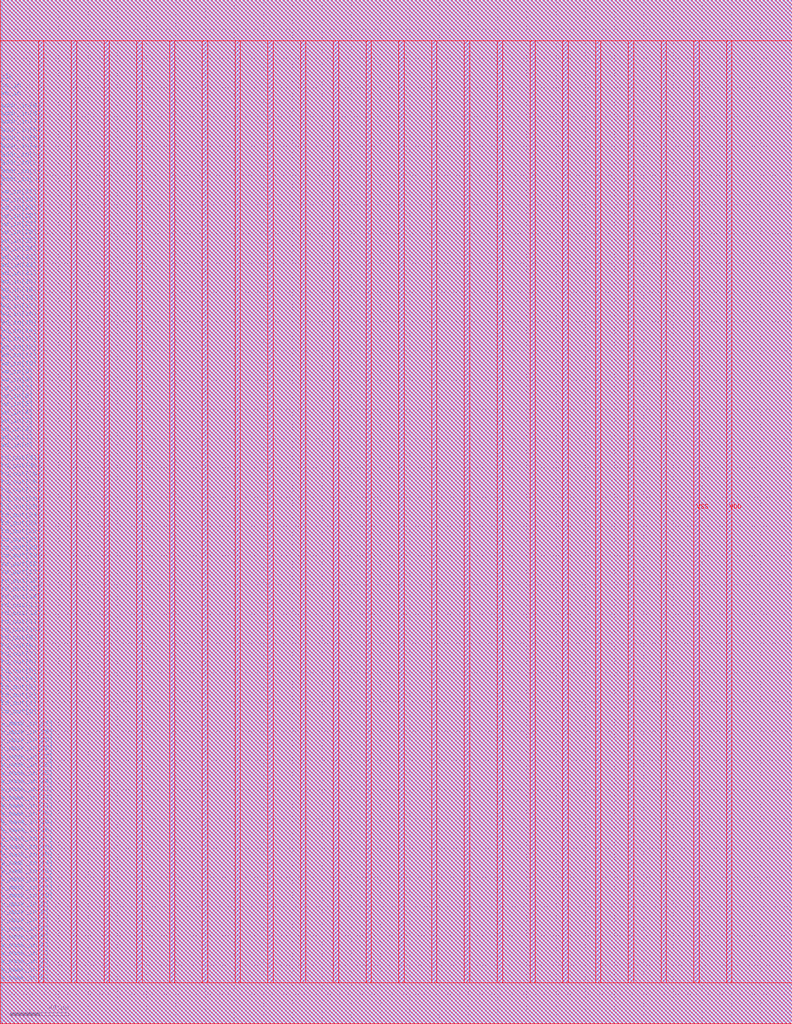
<source format=lef>
VERSION 5.7 ;
BUSBITCHARS "[]" ;
MACRO sram_1024x32
  FOREIGN sram_1024x32 0 0 ;
  SYMMETRY X Y R90 ;
  SIZE 541.500 BY 700.000 ;
  CLASS BLOCK ;
  PIN w_mask_in[0]
    DIRECTION INPUT ;
    USE SIGNAL ;
    SHAPE ABUTMENT ;
    PORT
      LAYER met3 ;
      RECT 0.000 27.550 0.900 28.450 ;
    END
  END w_mask_in[0]
  PIN w_mask_in[1]
    DIRECTION INPUT ;
    USE SIGNAL ;
    SHAPE ABUTMENT ;
    PORT
      LAYER met3 ;
      RECT 0.000 33.150 0.900 34.050 ;
    END
  END w_mask_in[1]
  PIN w_mask_in[2]
    DIRECTION INPUT ;
    USE SIGNAL ;
    SHAPE ABUTMENT ;
    PORT
      LAYER met3 ;
      RECT 0.000 38.750 0.900 39.650 ;
    END
  END w_mask_in[2]
  PIN w_mask_in[3]
    DIRECTION INPUT ;
    USE SIGNAL ;
    SHAPE ABUTMENT ;
    PORT
      LAYER met3 ;
      RECT 0.000 44.350 0.900 45.250 ;
    END
  END w_mask_in[3]
  PIN w_mask_in[4]
    DIRECTION INPUT ;
    USE SIGNAL ;
    SHAPE ABUTMENT ;
    PORT
      LAYER met3 ;
      RECT 0.000 49.950 0.900 50.850 ;
    END
  END w_mask_in[4]
  PIN w_mask_in[5]
    DIRECTION INPUT ;
    USE SIGNAL ;
    SHAPE ABUTMENT ;
    PORT
      LAYER met3 ;
      RECT 0.000 55.550 0.900 56.450 ;
    END
  END w_mask_in[5]
  PIN w_mask_in[6]
    DIRECTION INPUT ;
    USE SIGNAL ;
    SHAPE ABUTMENT ;
    PORT
      LAYER met3 ;
      RECT 0.000 61.150 0.900 62.050 ;
    END
  END w_mask_in[6]
  PIN w_mask_in[7]
    DIRECTION INPUT ;
    USE SIGNAL ;
    SHAPE ABUTMENT ;
    PORT
      LAYER met3 ;
      RECT 0.000 66.750 0.900 67.650 ;
    END
  END w_mask_in[7]
  PIN w_mask_in[8]
    DIRECTION INPUT ;
    USE SIGNAL ;
    SHAPE ABUTMENT ;
    PORT
      LAYER met3 ;
      RECT 0.000 72.350 0.900 73.250 ;
    END
  END w_mask_in[8]
  PIN w_mask_in[9]
    DIRECTION INPUT ;
    USE SIGNAL ;
    SHAPE ABUTMENT ;
    PORT
      LAYER met3 ;
      RECT 0.000 77.950 0.900 78.850 ;
    END
  END w_mask_in[9]
  PIN w_mask_in[10]
    DIRECTION INPUT ;
    USE SIGNAL ;
    SHAPE ABUTMENT ;
    PORT
      LAYER met3 ;
      RECT 0.000 83.550 0.900 84.450 ;
    END
  END w_mask_in[10]
  PIN w_mask_in[11]
    DIRECTION INPUT ;
    USE SIGNAL ;
    SHAPE ABUTMENT ;
    PORT
      LAYER met3 ;
      RECT 0.000 89.150 0.900 90.050 ;
    END
  END w_mask_in[11]
  PIN w_mask_in[12]
    DIRECTION INPUT ;
    USE SIGNAL ;
    SHAPE ABUTMENT ;
    PORT
      LAYER met3 ;
      RECT 0.000 94.750 0.900 95.650 ;
    END
  END w_mask_in[12]
  PIN w_mask_in[13]
    DIRECTION INPUT ;
    USE SIGNAL ;
    SHAPE ABUTMENT ;
    PORT
      LAYER met3 ;
      RECT 0.000 100.350 0.900 101.250 ;
    END
  END w_mask_in[13]
  PIN w_mask_in[14]
    DIRECTION INPUT ;
    USE SIGNAL ;
    SHAPE ABUTMENT ;
    PORT
      LAYER met3 ;
      RECT 0.000 105.950 0.900 106.850 ;
    END
  END w_mask_in[14]
  PIN w_mask_in[15]
    DIRECTION INPUT ;
    USE SIGNAL ;
    SHAPE ABUTMENT ;
    PORT
      LAYER met3 ;
      RECT 0.000 111.550 0.900 112.450 ;
    END
  END w_mask_in[15]
  PIN w_mask_in[16]
    DIRECTION INPUT ;
    USE SIGNAL ;
    SHAPE ABUTMENT ;
    PORT
      LAYER met3 ;
      RECT 0.000 117.150 0.900 118.050 ;
    END
  END w_mask_in[16]
  PIN w_mask_in[17]
    DIRECTION INPUT ;
    USE SIGNAL ;
    SHAPE ABUTMENT ;
    PORT
      LAYER met3 ;
      RECT 0.000 122.750 0.900 123.650 ;
    END
  END w_mask_in[17]
  PIN w_mask_in[18]
    DIRECTION INPUT ;
    USE SIGNAL ;
    SHAPE ABUTMENT ;
    PORT
      LAYER met3 ;
      RECT 0.000 128.350 0.900 129.250 ;
    END
  END w_mask_in[18]
  PIN w_mask_in[19]
    DIRECTION INPUT ;
    USE SIGNAL ;
    SHAPE ABUTMENT ;
    PORT
      LAYER met3 ;
      RECT 0.000 133.950 0.900 134.850 ;
    END
  END w_mask_in[19]
  PIN w_mask_in[20]
    DIRECTION INPUT ;
    USE SIGNAL ;
    SHAPE ABUTMENT ;
    PORT
      LAYER met3 ;
      RECT 0.000 139.550 0.900 140.450 ;
    END
  END w_mask_in[20]
  PIN w_mask_in[21]
    DIRECTION INPUT ;
    USE SIGNAL ;
    SHAPE ABUTMENT ;
    PORT
      LAYER met3 ;
      RECT 0.000 145.150 0.900 146.050 ;
    END
  END w_mask_in[21]
  PIN w_mask_in[22]
    DIRECTION INPUT ;
    USE SIGNAL ;
    SHAPE ABUTMENT ;
    PORT
      LAYER met3 ;
      RECT 0.000 150.750 0.900 151.650 ;
    END
  END w_mask_in[22]
  PIN w_mask_in[23]
    DIRECTION INPUT ;
    USE SIGNAL ;
    SHAPE ABUTMENT ;
    PORT
      LAYER met3 ;
      RECT 0.000 156.350 0.900 157.250 ;
    END
  END w_mask_in[23]
  PIN w_mask_in[24]
    DIRECTION INPUT ;
    USE SIGNAL ;
    SHAPE ABUTMENT ;
    PORT
      LAYER met3 ;
      RECT 0.000 161.950 0.900 162.850 ;
    END
  END w_mask_in[24]
  PIN w_mask_in[25]
    DIRECTION INPUT ;
    USE SIGNAL ;
    SHAPE ABUTMENT ;
    PORT
      LAYER met3 ;
      RECT 0.000 167.550 0.900 168.450 ;
    END
  END w_mask_in[25]
  PIN w_mask_in[26]
    DIRECTION INPUT ;
    USE SIGNAL ;
    SHAPE ABUTMENT ;
    PORT
      LAYER met3 ;
      RECT 0.000 173.150 0.900 174.050 ;
    END
  END w_mask_in[26]
  PIN w_mask_in[27]
    DIRECTION INPUT ;
    USE SIGNAL ;
    SHAPE ABUTMENT ;
    PORT
      LAYER met3 ;
      RECT 0.000 178.750 0.900 179.650 ;
    END
  END w_mask_in[27]
  PIN w_mask_in[28]
    DIRECTION INPUT ;
    USE SIGNAL ;
    SHAPE ABUTMENT ;
    PORT
      LAYER met3 ;
      RECT 0.000 184.350 0.900 185.250 ;
    END
  END w_mask_in[28]
  PIN w_mask_in[29]
    DIRECTION INPUT ;
    USE SIGNAL ;
    SHAPE ABUTMENT ;
    PORT
      LAYER met3 ;
      RECT 0.000 189.950 0.900 190.850 ;
    END
  END w_mask_in[29]
  PIN w_mask_in[30]
    DIRECTION INPUT ;
    USE SIGNAL ;
    SHAPE ABUTMENT ;
    PORT
      LAYER met3 ;
      RECT 0.000 195.550 0.900 196.450 ;
    END
  END w_mask_in[30]
  PIN w_mask_in[31]
    DIRECTION INPUT ;
    USE SIGNAL ;
    SHAPE ABUTMENT ;
    PORT
      LAYER met3 ;
      RECT 0.000 201.150 0.900 202.050 ;
    END
  END w_mask_in[31]
  PIN rd_out[0]
    DIRECTION OUTPUT ;
    USE SIGNAL ;
    SHAPE ABUTMENT ;
    PORT
      LAYER met3 ;
      RECT 0.000 209.550 0.900 210.450 ;
    END
  END rd_out[0]
  PIN rd_out[1]
    DIRECTION OUTPUT ;
    USE SIGNAL ;
    SHAPE ABUTMENT ;
    PORT
      LAYER met3 ;
      RECT 0.000 215.150 0.900 216.050 ;
    END
  END rd_out[1]
  PIN rd_out[2]
    DIRECTION OUTPUT ;
    USE SIGNAL ;
    SHAPE ABUTMENT ;
    PORT
      LAYER met3 ;
      RECT 0.000 220.750 0.900 221.650 ;
    END
  END rd_out[2]
  PIN rd_out[3]
    DIRECTION OUTPUT ;
    USE SIGNAL ;
    SHAPE ABUTMENT ;
    PORT
      LAYER met3 ;
      RECT 0.000 226.350 0.900 227.250 ;
    END
  END rd_out[3]
  PIN rd_out[4]
    DIRECTION OUTPUT ;
    USE SIGNAL ;
    SHAPE ABUTMENT ;
    PORT
      LAYER met3 ;
      RECT 0.000 231.950 0.900 232.850 ;
    END
  END rd_out[4]
  PIN rd_out[5]
    DIRECTION OUTPUT ;
    USE SIGNAL ;
    SHAPE ABUTMENT ;
    PORT
      LAYER met3 ;
      RECT 0.000 237.550 0.900 238.450 ;
    END
  END rd_out[5]
  PIN rd_out[6]
    DIRECTION OUTPUT ;
    USE SIGNAL ;
    SHAPE ABUTMENT ;
    PORT
      LAYER met3 ;
      RECT 0.000 243.150 0.900 244.050 ;
    END
  END rd_out[6]
  PIN rd_out[7]
    DIRECTION OUTPUT ;
    USE SIGNAL ;
    SHAPE ABUTMENT ;
    PORT
      LAYER met3 ;
      RECT 0.000 248.750 0.900 249.650 ;
    END
  END rd_out[7]
  PIN rd_out[8]
    DIRECTION OUTPUT ;
    USE SIGNAL ;
    SHAPE ABUTMENT ;
    PORT
      LAYER met3 ;
      RECT 0.000 254.350 0.900 255.250 ;
    END
  END rd_out[8]
  PIN rd_out[9]
    DIRECTION OUTPUT ;
    USE SIGNAL ;
    SHAPE ABUTMENT ;
    PORT
      LAYER met3 ;
      RECT 0.000 259.950 0.900 260.850 ;
    END
  END rd_out[9]
  PIN rd_out[10]
    DIRECTION OUTPUT ;
    USE SIGNAL ;
    SHAPE ABUTMENT ;
    PORT
      LAYER met3 ;
      RECT 0.000 265.550 0.900 266.450 ;
    END
  END rd_out[10]
  PIN rd_out[11]
    DIRECTION OUTPUT ;
    USE SIGNAL ;
    SHAPE ABUTMENT ;
    PORT
      LAYER met3 ;
      RECT 0.000 271.150 0.900 272.050 ;
    END
  END rd_out[11]
  PIN rd_out[12]
    DIRECTION OUTPUT ;
    USE SIGNAL ;
    SHAPE ABUTMENT ;
    PORT
      LAYER met3 ;
      RECT 0.000 276.750 0.900 277.650 ;
    END
  END rd_out[12]
  PIN rd_out[13]
    DIRECTION OUTPUT ;
    USE SIGNAL ;
    SHAPE ABUTMENT ;
    PORT
      LAYER met3 ;
      RECT 0.000 282.350 0.900 283.250 ;
    END
  END rd_out[13]
  PIN rd_out[14]
    DIRECTION OUTPUT ;
    USE SIGNAL ;
    SHAPE ABUTMENT ;
    PORT
      LAYER met3 ;
      RECT 0.000 287.950 0.900 288.850 ;
    END
  END rd_out[14]
  PIN rd_out[15]
    DIRECTION OUTPUT ;
    USE SIGNAL ;
    SHAPE ABUTMENT ;
    PORT
      LAYER met3 ;
      RECT 0.000 293.550 0.900 294.450 ;
    END
  END rd_out[15]
  PIN rd_out[16]
    DIRECTION OUTPUT ;
    USE SIGNAL ;
    SHAPE ABUTMENT ;
    PORT
      LAYER met3 ;
      RECT 0.000 299.150 0.900 300.050 ;
    END
  END rd_out[16]
  PIN rd_out[17]
    DIRECTION OUTPUT ;
    USE SIGNAL ;
    SHAPE ABUTMENT ;
    PORT
      LAYER met3 ;
      RECT 0.000 304.750 0.900 305.650 ;
    END
  END rd_out[17]
  PIN rd_out[18]
    DIRECTION OUTPUT ;
    USE SIGNAL ;
    SHAPE ABUTMENT ;
    PORT
      LAYER met3 ;
      RECT 0.000 310.350 0.900 311.250 ;
    END
  END rd_out[18]
  PIN rd_out[19]
    DIRECTION OUTPUT ;
    USE SIGNAL ;
    SHAPE ABUTMENT ;
    PORT
      LAYER met3 ;
      RECT 0.000 315.950 0.900 316.850 ;
    END
  END rd_out[19]
  PIN rd_out[20]
    DIRECTION OUTPUT ;
    USE SIGNAL ;
    SHAPE ABUTMENT ;
    PORT
      LAYER met3 ;
      RECT 0.000 321.550 0.900 322.450 ;
    END
  END rd_out[20]
  PIN rd_out[21]
    DIRECTION OUTPUT ;
    USE SIGNAL ;
    SHAPE ABUTMENT ;
    PORT
      LAYER met3 ;
      RECT 0.000 327.150 0.900 328.050 ;
    END
  END rd_out[21]
  PIN rd_out[22]
    DIRECTION OUTPUT ;
    USE SIGNAL ;
    SHAPE ABUTMENT ;
    PORT
      LAYER met3 ;
      RECT 0.000 332.750 0.900 333.650 ;
    END
  END rd_out[22]
  PIN rd_out[23]
    DIRECTION OUTPUT ;
    USE SIGNAL ;
    SHAPE ABUTMENT ;
    PORT
      LAYER met3 ;
      RECT 0.000 338.350 0.900 339.250 ;
    END
  END rd_out[23]
  PIN rd_out[24]
    DIRECTION OUTPUT ;
    USE SIGNAL ;
    SHAPE ABUTMENT ;
    PORT
      LAYER met3 ;
      RECT 0.000 343.950 0.900 344.850 ;
    END
  END rd_out[24]
  PIN rd_out[25]
    DIRECTION OUTPUT ;
    USE SIGNAL ;
    SHAPE ABUTMENT ;
    PORT
      LAYER met3 ;
      RECT 0.000 349.550 0.900 350.450 ;
    END
  END rd_out[25]
  PIN rd_out[26]
    DIRECTION OUTPUT ;
    USE SIGNAL ;
    SHAPE ABUTMENT ;
    PORT
      LAYER met3 ;
      RECT 0.000 355.150 0.900 356.050 ;
    END
  END rd_out[26]
  PIN rd_out[27]
    DIRECTION OUTPUT ;
    USE SIGNAL ;
    SHAPE ABUTMENT ;
    PORT
      LAYER met3 ;
      RECT 0.000 360.750 0.900 361.650 ;
    END
  END rd_out[27]
  PIN rd_out[28]
    DIRECTION OUTPUT ;
    USE SIGNAL ;
    SHAPE ABUTMENT ;
    PORT
      LAYER met3 ;
      RECT 0.000 366.350 0.900 367.250 ;
    END
  END rd_out[28]
  PIN rd_out[29]
    DIRECTION OUTPUT ;
    USE SIGNAL ;
    SHAPE ABUTMENT ;
    PORT
      LAYER met3 ;
      RECT 0.000 371.950 0.900 372.850 ;
    END
  END rd_out[29]
  PIN rd_out[30]
    DIRECTION OUTPUT ;
    USE SIGNAL ;
    SHAPE ABUTMENT ;
    PORT
      LAYER met3 ;
      RECT 0.000 377.550 0.900 378.450 ;
    END
  END rd_out[30]
  PIN rd_out[31]
    DIRECTION OUTPUT ;
    USE SIGNAL ;
    SHAPE ABUTMENT ;
    PORT
      LAYER met3 ;
      RECT 0.000 383.150 0.900 384.050 ;
    END
  END rd_out[31]
  PIN wd_in[0]
    DIRECTION INPUT ;
    USE SIGNAL ;
    SHAPE ABUTMENT ;
    PORT
      LAYER met3 ;
      RECT 0.000 391.550 0.900 392.450 ;
    END
  END wd_in[0]
  PIN wd_in[1]
    DIRECTION INPUT ;
    USE SIGNAL ;
    SHAPE ABUTMENT ;
    PORT
      LAYER met3 ;
      RECT 0.000 397.150 0.900 398.050 ;
    END
  END wd_in[1]
  PIN wd_in[2]
    DIRECTION INPUT ;
    USE SIGNAL ;
    SHAPE ABUTMENT ;
    PORT
      LAYER met3 ;
      RECT 0.000 402.750 0.900 403.650 ;
    END
  END wd_in[2]
  PIN wd_in[3]
    DIRECTION INPUT ;
    USE SIGNAL ;
    SHAPE ABUTMENT ;
    PORT
      LAYER met3 ;
      RECT 0.000 408.350 0.900 409.250 ;
    END
  END wd_in[3]
  PIN wd_in[4]
    DIRECTION INPUT ;
    USE SIGNAL ;
    SHAPE ABUTMENT ;
    PORT
      LAYER met3 ;
      RECT 0.000 413.950 0.900 414.850 ;
    END
  END wd_in[4]
  PIN wd_in[5]
    DIRECTION INPUT ;
    USE SIGNAL ;
    SHAPE ABUTMENT ;
    PORT
      LAYER met3 ;
      RECT 0.000 419.550 0.900 420.450 ;
    END
  END wd_in[5]
  PIN wd_in[6]
    DIRECTION INPUT ;
    USE SIGNAL ;
    SHAPE ABUTMENT ;
    PORT
      LAYER met3 ;
      RECT 0.000 425.150 0.900 426.050 ;
    END
  END wd_in[6]
  PIN wd_in[7]
    DIRECTION INPUT ;
    USE SIGNAL ;
    SHAPE ABUTMENT ;
    PORT
      LAYER met3 ;
      RECT 0.000 430.750 0.900 431.650 ;
    END
  END wd_in[7]
  PIN wd_in[8]
    DIRECTION INPUT ;
    USE SIGNAL ;
    SHAPE ABUTMENT ;
    PORT
      LAYER met3 ;
      RECT 0.000 436.350 0.900 437.250 ;
    END
  END wd_in[8]
  PIN wd_in[9]
    DIRECTION INPUT ;
    USE SIGNAL ;
    SHAPE ABUTMENT ;
    PORT
      LAYER met3 ;
      RECT 0.000 441.950 0.900 442.850 ;
    END
  END wd_in[9]
  PIN wd_in[10]
    DIRECTION INPUT ;
    USE SIGNAL ;
    SHAPE ABUTMENT ;
    PORT
      LAYER met3 ;
      RECT 0.000 447.550 0.900 448.450 ;
    END
  END wd_in[10]
  PIN wd_in[11]
    DIRECTION INPUT ;
    USE SIGNAL ;
    SHAPE ABUTMENT ;
    PORT
      LAYER met3 ;
      RECT 0.000 453.150 0.900 454.050 ;
    END
  END wd_in[11]
  PIN wd_in[12]
    DIRECTION INPUT ;
    USE SIGNAL ;
    SHAPE ABUTMENT ;
    PORT
      LAYER met3 ;
      RECT 0.000 458.750 0.900 459.650 ;
    END
  END wd_in[12]
  PIN wd_in[13]
    DIRECTION INPUT ;
    USE SIGNAL ;
    SHAPE ABUTMENT ;
    PORT
      LAYER met3 ;
      RECT 0.000 464.350 0.900 465.250 ;
    END
  END wd_in[13]
  PIN wd_in[14]
    DIRECTION INPUT ;
    USE SIGNAL ;
    SHAPE ABUTMENT ;
    PORT
      LAYER met3 ;
      RECT 0.000 469.950 0.900 470.850 ;
    END
  END wd_in[14]
  PIN wd_in[15]
    DIRECTION INPUT ;
    USE SIGNAL ;
    SHAPE ABUTMENT ;
    PORT
      LAYER met3 ;
      RECT 0.000 475.550 0.900 476.450 ;
    END
  END wd_in[15]
  PIN wd_in[16]
    DIRECTION INPUT ;
    USE SIGNAL ;
    SHAPE ABUTMENT ;
    PORT
      LAYER met3 ;
      RECT 0.000 481.150 0.900 482.050 ;
    END
  END wd_in[16]
  PIN wd_in[17]
    DIRECTION INPUT ;
    USE SIGNAL ;
    SHAPE ABUTMENT ;
    PORT
      LAYER met3 ;
      RECT 0.000 486.750 0.900 487.650 ;
    END
  END wd_in[17]
  PIN wd_in[18]
    DIRECTION INPUT ;
    USE SIGNAL ;
    SHAPE ABUTMENT ;
    PORT
      LAYER met3 ;
      RECT 0.000 492.350 0.900 493.250 ;
    END
  END wd_in[18]
  PIN wd_in[19]
    DIRECTION INPUT ;
    USE SIGNAL ;
    SHAPE ABUTMENT ;
    PORT
      LAYER met3 ;
      RECT 0.000 497.950 0.900 498.850 ;
    END
  END wd_in[19]
  PIN wd_in[20]
    DIRECTION INPUT ;
    USE SIGNAL ;
    SHAPE ABUTMENT ;
    PORT
      LAYER met3 ;
      RECT 0.000 503.550 0.900 504.450 ;
    END
  END wd_in[20]
  PIN wd_in[21]
    DIRECTION INPUT ;
    USE SIGNAL ;
    SHAPE ABUTMENT ;
    PORT
      LAYER met3 ;
      RECT 0.000 509.150 0.900 510.050 ;
    END
  END wd_in[21]
  PIN wd_in[22]
    DIRECTION INPUT ;
    USE SIGNAL ;
    SHAPE ABUTMENT ;
    PORT
      LAYER met3 ;
      RECT 0.000 514.750 0.900 515.650 ;
    END
  END wd_in[22]
  PIN wd_in[23]
    DIRECTION INPUT ;
    USE SIGNAL ;
    SHAPE ABUTMENT ;
    PORT
      LAYER met3 ;
      RECT 0.000 520.350 0.900 521.250 ;
    END
  END wd_in[23]
  PIN wd_in[24]
    DIRECTION INPUT ;
    USE SIGNAL ;
    SHAPE ABUTMENT ;
    PORT
      LAYER met3 ;
      RECT 0.000 525.950 0.900 526.850 ;
    END
  END wd_in[24]
  PIN wd_in[25]
    DIRECTION INPUT ;
    USE SIGNAL ;
    SHAPE ABUTMENT ;
    PORT
      LAYER met3 ;
      RECT 0.000 531.550 0.900 532.450 ;
    END
  END wd_in[25]
  PIN wd_in[26]
    DIRECTION INPUT ;
    USE SIGNAL ;
    SHAPE ABUTMENT ;
    PORT
      LAYER met3 ;
      RECT 0.000 537.150 0.900 538.050 ;
    END
  END wd_in[26]
  PIN wd_in[27]
    DIRECTION INPUT ;
    USE SIGNAL ;
    SHAPE ABUTMENT ;
    PORT
      LAYER met3 ;
      RECT 0.000 542.750 0.900 543.650 ;
    END
  END wd_in[27]
  PIN wd_in[28]
    DIRECTION INPUT ;
    USE SIGNAL ;
    SHAPE ABUTMENT ;
    PORT
      LAYER met3 ;
      RECT 0.000 548.350 0.900 549.250 ;
    END
  END wd_in[28]
  PIN wd_in[29]
    DIRECTION INPUT ;
    USE SIGNAL ;
    SHAPE ABUTMENT ;
    PORT
      LAYER met3 ;
      RECT 0.000 553.950 0.900 554.850 ;
    END
  END wd_in[29]
  PIN wd_in[30]
    DIRECTION INPUT ;
    USE SIGNAL ;
    SHAPE ABUTMENT ;
    PORT
      LAYER met3 ;
      RECT 0.000 559.550 0.900 560.450 ;
    END
  END wd_in[30]
  PIN wd_in[31]
    DIRECTION INPUT ;
    USE SIGNAL ;
    SHAPE ABUTMENT ;
    PORT
      LAYER met3 ;
      RECT 0.000 565.150 0.900 566.050 ;
    END
  END wd_in[31]
  PIN addr_in[0]
    DIRECTION INPUT ;
    USE SIGNAL ;
    SHAPE ABUTMENT ;
    PORT
      LAYER met3 ;
      RECT 0.000 573.550 0.900 574.450 ;
    END
  END addr_in[0]
  PIN addr_in[1]
    DIRECTION INPUT ;
    USE SIGNAL ;
    SHAPE ABUTMENT ;
    PORT
      LAYER met3 ;
      RECT 0.000 579.150 0.900 580.050 ;
    END
  END addr_in[1]
  PIN addr_in[2]
    DIRECTION INPUT ;
    USE SIGNAL ;
    SHAPE ABUTMENT ;
    PORT
      LAYER met3 ;
      RECT 0.000 584.750 0.900 585.650 ;
    END
  END addr_in[2]
  PIN addr_in[3]
    DIRECTION INPUT ;
    USE SIGNAL ;
    SHAPE ABUTMENT ;
    PORT
      LAYER met3 ;
      RECT 0.000 590.350 0.900 591.250 ;
    END
  END addr_in[3]
  PIN addr_in[4]
    DIRECTION INPUT ;
    USE SIGNAL ;
    SHAPE ABUTMENT ;
    PORT
      LAYER met3 ;
      RECT 0.000 595.950 0.900 596.850 ;
    END
  END addr_in[4]
  PIN addr_in[5]
    DIRECTION INPUT ;
    USE SIGNAL ;
    SHAPE ABUTMENT ;
    PORT
      LAYER met3 ;
      RECT 0.000 601.550 0.900 602.450 ;
    END
  END addr_in[5]
  PIN addr_in[6]
    DIRECTION INPUT ;
    USE SIGNAL ;
    SHAPE ABUTMENT ;
    PORT
      LAYER met3 ;
      RECT 0.000 607.150 0.900 608.050 ;
    END
  END addr_in[6]
  PIN addr_in[7]
    DIRECTION INPUT ;
    USE SIGNAL ;
    SHAPE ABUTMENT ;
    PORT
      LAYER met3 ;
      RECT 0.000 612.750 0.900 613.650 ;
    END
  END addr_in[7]
  PIN addr_in[8]
    DIRECTION INPUT ;
    USE SIGNAL ;
    SHAPE ABUTMENT ;
    PORT
      LAYER met3 ;
      RECT 0.000 618.350 0.900 619.250 ;
    END
  END addr_in[8]
  PIN addr_in[9]
    DIRECTION INPUT ;
    USE SIGNAL ;
    SHAPE ABUTMENT ;
    PORT
      LAYER met3 ;
      RECT 0.000 623.950 0.900 624.850 ;
    END
  END addr_in[9]
  PIN we_in
    DIRECTION INPUT ;
    USE SIGNAL ;
    SHAPE ABUTMENT ;
    PORT
      LAYER met3 ;
      RECT 0.000 632.350 0.900 633.250 ;
    END
  END we_in
  PIN ce_in
    DIRECTION INPUT ;
    USE SIGNAL ;
    SHAPE ABUTMENT ;
    PORT
      LAYER met3 ;
      RECT 0.000 637.950 0.900 638.850 ;
    END
  END ce_in
  PIN clk
    DIRECTION INPUT ;
    USE SIGNAL ;
    SHAPE ABUTMENT ;
    PORT
      LAYER met3 ;
      RECT 0.000 643.550 0.900 644.450 ;
    END
  END clk
  PIN VSS
    DIRECTION INOUT ;
    USE GROUND ;
    PORT
      LAYER met4 ;
      RECT 26.200 28.000 29.800 672.000 ;
      RECT 71.000 28.000 74.600 672.000 ;
      RECT 115.800 28.000 119.400 672.000 ;
      RECT 160.600 28.000 164.200 672.000 ;
      RECT 205.400 28.000 209.000 672.000 ;
      RECT 250.200 28.000 253.800 672.000 ;
      RECT 295.000 28.000 298.600 672.000 ;
      RECT 339.800 28.000 343.400 672.000 ;
      RECT 384.600 28.000 388.200 672.000 ;
      RECT 429.400 28.000 433.000 672.000 ;
      RECT 474.200 28.000 477.800 672.000 ;
    END
  END VSS
  PIN VDD
    DIRECTION INOUT ;
    USE POWER ;
    PORT
      LAYER met4 ;
      RECT 48.600 28.000 52.200 672.000 ;
      RECT 93.400 28.000 97.000 672.000 ;
      RECT 138.200 28.000 141.800 672.000 ;
      RECT 183.000 28.000 186.600 672.000 ;
      RECT 227.800 28.000 231.400 672.000 ;
      RECT 272.600 28.000 276.200 672.000 ;
      RECT 317.400 28.000 321.000 672.000 ;
      RECT 362.200 28.000 365.800 672.000 ;
      RECT 407.000 28.000 410.600 672.000 ;
      RECT 451.800 28.000 455.400 672.000 ;
      RECT 496.600 28.000 500.200 672.000 ;
    END
  END VDD
  OBS
    LAYER met1 ;
    RECT 0 0 541.500 700.000 ;
    LAYER met2 ;
    RECT 0 0 541.500 700.000 ;
    LAYER met3 ;
    RECT 0.900 0 541.500 700.000 ;
    RECT 0 0.000 0.900 27.550 ;
    RECT 0 28.450 0.900 33.150 ;
    RECT 0 34.050 0.900 38.750 ;
    RECT 0 39.650 0.900 44.350 ;
    RECT 0 45.250 0.900 49.950 ;
    RECT 0 50.850 0.900 55.550 ;
    RECT 0 56.450 0.900 61.150 ;
    RECT 0 62.050 0.900 66.750 ;
    RECT 0 67.650 0.900 72.350 ;
    RECT 0 73.250 0.900 77.950 ;
    RECT 0 78.850 0.900 83.550 ;
    RECT 0 84.450 0.900 89.150 ;
    RECT 0 90.050 0.900 94.750 ;
    RECT 0 95.650 0.900 100.350 ;
    RECT 0 101.250 0.900 105.950 ;
    RECT 0 106.850 0.900 111.550 ;
    RECT 0 112.450 0.900 117.150 ;
    RECT 0 118.050 0.900 122.750 ;
    RECT 0 123.650 0.900 128.350 ;
    RECT 0 129.250 0.900 133.950 ;
    RECT 0 134.850 0.900 139.550 ;
    RECT 0 140.450 0.900 145.150 ;
    RECT 0 146.050 0.900 150.750 ;
    RECT 0 151.650 0.900 156.350 ;
    RECT 0 157.250 0.900 161.950 ;
    RECT 0 162.850 0.900 167.550 ;
    RECT 0 168.450 0.900 173.150 ;
    RECT 0 174.050 0.900 178.750 ;
    RECT 0 179.650 0.900 184.350 ;
    RECT 0 185.250 0.900 189.950 ;
    RECT 0 190.850 0.900 195.550 ;
    RECT 0 196.450 0.900 201.150 ;
    RECT 0 202.050 0.900 209.550 ;
    RECT 0 210.450 0.900 215.150 ;
    RECT 0 216.050 0.900 220.750 ;
    RECT 0 221.650 0.900 226.350 ;
    RECT 0 227.250 0.900 231.950 ;
    RECT 0 232.850 0.900 237.550 ;
    RECT 0 238.450 0.900 243.150 ;
    RECT 0 244.050 0.900 248.750 ;
    RECT 0 249.650 0.900 254.350 ;
    RECT 0 255.250 0.900 259.950 ;
    RECT 0 260.850 0.900 265.550 ;
    RECT 0 266.450 0.900 271.150 ;
    RECT 0 272.050 0.900 276.750 ;
    RECT 0 277.650 0.900 282.350 ;
    RECT 0 283.250 0.900 287.950 ;
    RECT 0 288.850 0.900 293.550 ;
    RECT 0 294.450 0.900 299.150 ;
    RECT 0 300.050 0.900 304.750 ;
    RECT 0 305.650 0.900 310.350 ;
    RECT 0 311.250 0.900 315.950 ;
    RECT 0 316.850 0.900 321.550 ;
    RECT 0 322.450 0.900 327.150 ;
    RECT 0 328.050 0.900 332.750 ;
    RECT 0 333.650 0.900 338.350 ;
    RECT 0 339.250 0.900 343.950 ;
    RECT 0 344.850 0.900 349.550 ;
    RECT 0 350.450 0.900 355.150 ;
    RECT 0 356.050 0.900 360.750 ;
    RECT 0 361.650 0.900 366.350 ;
    RECT 0 367.250 0.900 371.950 ;
    RECT 0 372.850 0.900 377.550 ;
    RECT 0 378.450 0.900 383.150 ;
    RECT 0 384.050 0.900 391.550 ;
    RECT 0 392.450 0.900 397.150 ;
    RECT 0 398.050 0.900 402.750 ;
    RECT 0 403.650 0.900 408.350 ;
    RECT 0 409.250 0.900 413.950 ;
    RECT 0 414.850 0.900 419.550 ;
    RECT 0 420.450 0.900 425.150 ;
    RECT 0 426.050 0.900 430.750 ;
    RECT 0 431.650 0.900 436.350 ;
    RECT 0 437.250 0.900 441.950 ;
    RECT 0 442.850 0.900 447.550 ;
    RECT 0 448.450 0.900 453.150 ;
    RECT 0 454.050 0.900 458.750 ;
    RECT 0 459.650 0.900 464.350 ;
    RECT 0 465.250 0.900 469.950 ;
    RECT 0 470.850 0.900 475.550 ;
    RECT 0 476.450 0.900 481.150 ;
    RECT 0 482.050 0.900 486.750 ;
    RECT 0 487.650 0.900 492.350 ;
    RECT 0 493.250 0.900 497.950 ;
    RECT 0 498.850 0.900 503.550 ;
    RECT 0 504.450 0.900 509.150 ;
    RECT 0 510.050 0.900 514.750 ;
    RECT 0 515.650 0.900 520.350 ;
    RECT 0 521.250 0.900 525.950 ;
    RECT 0 526.850 0.900 531.550 ;
    RECT 0 532.450 0.900 537.150 ;
    RECT 0 538.050 0.900 542.750 ;
    RECT 0 543.650 0.900 548.350 ;
    RECT 0 549.250 0.900 553.950 ;
    RECT 0 554.850 0.900 559.550 ;
    RECT 0 560.450 0.900 565.150 ;
    RECT 0 566.050 0.900 573.550 ;
    RECT 0 574.450 0.900 579.150 ;
    RECT 0 580.050 0.900 584.750 ;
    RECT 0 585.650 0.900 590.350 ;
    RECT 0 591.250 0.900 595.950 ;
    RECT 0 596.850 0.900 601.550 ;
    RECT 0 602.450 0.900 607.150 ;
    RECT 0 608.050 0.900 612.750 ;
    RECT 0 613.650 0.900 618.350 ;
    RECT 0 619.250 0.900 623.950 ;
    RECT 0 624.850 0.900 632.350 ;
    RECT 0 633.250 0.900 637.950 ;
    RECT 0 638.850 0.900 643.550 ;
    RECT 0 644.450 0.900 700.000 ;
    LAYER met4 ;
    RECT 0 0 541.500 28.000 ;
    RECT 0 672.000 541.500 700.000 ;
    RECT 0.000 28.000 26.200 672.000 ;
    RECT 29.800 28.000 48.600 672.000 ;
    RECT 52.200 28.000 71.000 672.000 ;
    RECT 74.600 28.000 93.400 672.000 ;
    RECT 97.000 28.000 115.800 672.000 ;
    RECT 119.400 28.000 138.200 672.000 ;
    RECT 141.800 28.000 160.600 672.000 ;
    RECT 164.200 28.000 183.000 672.000 ;
    RECT 186.600 28.000 205.400 672.000 ;
    RECT 209.000 28.000 227.800 672.000 ;
    RECT 231.400 28.000 250.200 672.000 ;
    RECT 253.800 28.000 272.600 672.000 ;
    RECT 276.200 28.000 295.000 672.000 ;
    RECT 298.600 28.000 317.400 672.000 ;
    RECT 321.000 28.000 339.800 672.000 ;
    RECT 343.400 28.000 362.200 672.000 ;
    RECT 365.800 28.000 384.600 672.000 ;
    RECT 388.200 28.000 407.000 672.000 ;
    RECT 410.600 28.000 429.400 672.000 ;
    RECT 433.000 28.000 451.800 672.000 ;
    RECT 455.400 28.000 474.200 672.000 ;
    RECT 477.800 28.000 496.600 672.000 ;
    RECT 500.200 28.000 541.500 672.000 ;
    LAYER OVERLAP ;
    RECT 0 0 541.500 700.000 ;
  END
END sram_1024x32

END LIBRARY

</source>
